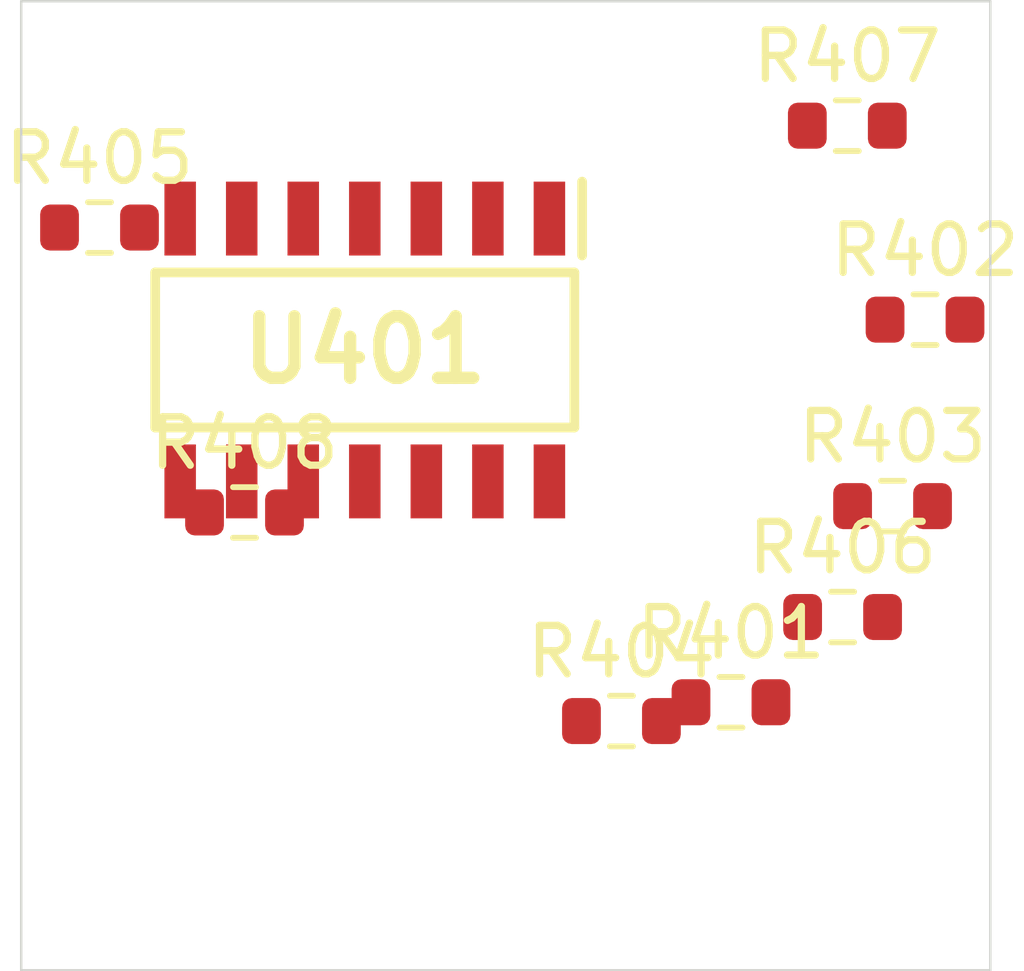
<source format=kicad_pcb>
 ( kicad_pcb  ( version 20171130 )
 ( host pcbnew 5.1.12-84ad8e8a86~92~ubuntu18.04.1 )
 ( general  ( thickness 1.6 )
 ( drawings 4 )
 ( tracks 0 )
 ( zones 0 )
 ( modules 9 )
 ( nets 14 )
)
 ( page A4 )
 ( layers  ( 0 F.Cu signal )
 ( 31 B.Cu signal )
 ( 32 B.Adhes user )
 ( 33 F.Adhes user )
 ( 34 B.Paste user )
 ( 35 F.Paste user )
 ( 36 B.SilkS user )
 ( 37 F.SilkS user )
 ( 38 B.Mask user )
 ( 39 F.Mask user )
 ( 40 Dwgs.User user )
 ( 41 Cmts.User user )
 ( 42 Eco1.User user )
 ( 43 Eco2.User user )
 ( 44 Edge.Cuts user )
 ( 45 Margin user )
 ( 46 B.CrtYd user )
 ( 47 F.CrtYd user )
 ( 48 B.Fab user )
 ( 49 F.Fab user )
)
 ( setup  ( last_trace_width 0.25 )
 ( trace_clearance 0.2 )
 ( zone_clearance 0.508 )
 ( zone_45_only no )
 ( trace_min 0.2 )
 ( via_size 0.8 )
 ( via_drill 0.4 )
 ( via_min_size 0.4 )
 ( via_min_drill 0.3 )
 ( uvia_size 0.3 )
 ( uvia_drill 0.1 )
 ( uvias_allowed no )
 ( uvia_min_size 0.2 )
 ( uvia_min_drill 0.1 )
 ( edge_width 0.05 )
 ( segment_width 0.2 )
 ( pcb_text_width 0.3 )
 ( pcb_text_size 1.5 1.5 )
 ( mod_edge_width 0.12 )
 ( mod_text_size 1 1 )
 ( mod_text_width 0.15 )
 ( pad_size 1.524 1.524 )
 ( pad_drill 0.762 )
 ( pad_to_mask_clearance 0 )
 ( aux_axis_origin 0 0 )
 ( visible_elements FFFFFF7F )
 ( pcbplotparams  ( layerselection 0x010fc_ffffffff )
 ( usegerberextensions false )
 ( usegerberattributes true )
 ( usegerberadvancedattributes true )
 ( creategerberjobfile true )
 ( excludeedgelayer true )
 ( linewidth 0.100000 )
 ( plotframeref false )
 ( viasonmask false )
 ( mode 1 )
 ( useauxorigin false )
 ( hpglpennumber 1 )
 ( hpglpenspeed 20 )
 ( hpglpendiameter 15.000000 )
 ( psnegative false )
 ( psa4output false )
 ( plotreference true )
 ( plotvalue true )
 ( plotinvisibletext false )
 ( padsonsilk false )
 ( subtractmaskfromsilk false )
 ( outputformat 1 )
 ( mirror false )
 ( drillshape 1 )
 ( scaleselection 1 )
 ( outputdirectory "" )
)
)
 ( net 0 "" )
 ( net 1 /Sheet6235D886/vp )
 ( net 2 /Sheet6248AD22/chn0 )
 ( net 3 /Sheet6248AD22/chn1 )
 ( net 4 /Sheet6248AD22/chn2 )
 ( net 5 /Sheet6248AD22/chn3 )
 ( net 6 "Net-(R401-Pad2)" )
 ( net 7 "Net-(R402-Pad2)" )
 ( net 8 "Net-(R403-Pad2)" )
 ( net 9 "Net-(R404-Pad2)" )
 ( net 10 /Sheet6248AD22/chn0_n )
 ( net 11 /Sheet6248AD22/chn1_n )
 ( net 12 /Sheet6248AD22/chn2_n )
 ( net 13 /Sheet6248AD22/chn3_n )
 ( net_class Default "This is the default net class."  ( clearance 0.2 )
 ( trace_width 0.25 )
 ( via_dia 0.8 )
 ( via_drill 0.4 )
 ( uvia_dia 0.3 )
 ( uvia_drill 0.1 )
 ( add_net /Sheet6235D886/vp )
 ( add_net /Sheet6248AD22/chn0 )
 ( add_net /Sheet6248AD22/chn0_n )
 ( add_net /Sheet6248AD22/chn1 )
 ( add_net /Sheet6248AD22/chn1_n )
 ( add_net /Sheet6248AD22/chn2 )
 ( add_net /Sheet6248AD22/chn2_n )
 ( add_net /Sheet6248AD22/chn3 )
 ( add_net /Sheet6248AD22/chn3_n )
 ( add_net "Net-(R401-Pad2)" )
 ( add_net "Net-(R402-Pad2)" )
 ( add_net "Net-(R403-Pad2)" )
 ( add_net "Net-(R404-Pad2)" )
)
 ( module Resistor_SMD:R_0603_1608Metric  ( layer F.Cu )
 ( tedit 5F68FEEE )
 ( tstamp 623425C8 )
 ( at 94.648100 114.468000 )
 ( descr "Resistor SMD 0603 (1608 Metric), square (rectangular) end terminal, IPC_7351 nominal, (Body size source: IPC-SM-782 page 72, https://www.pcb-3d.com/wordpress/wp-content/uploads/ipc-sm-782a_amendment_1_and_2.pdf), generated with kicad-footprint-generator" )
 ( tags resistor )
 ( path /6248AD23/6249ADFD )
 ( attr smd )
 ( fp_text reference R401  ( at 0 -1.43 )
 ( layer F.SilkS )
 ( effects  ( font  ( size 1 1 )
 ( thickness 0.15 )
)
)
)
 ( fp_text value 10M  ( at 0 1.43 )
 ( layer F.Fab )
 ( effects  ( font  ( size 1 1 )
 ( thickness 0.15 )
)
)
)
 ( fp_line  ( start -0.8 0.4125 )
 ( end -0.8 -0.4125 )
 ( layer F.Fab )
 ( width 0.1 )
)
 ( fp_line  ( start -0.8 -0.4125 )
 ( end 0.8 -0.4125 )
 ( layer F.Fab )
 ( width 0.1 )
)
 ( fp_line  ( start 0.8 -0.4125 )
 ( end 0.8 0.4125 )
 ( layer F.Fab )
 ( width 0.1 )
)
 ( fp_line  ( start 0.8 0.4125 )
 ( end -0.8 0.4125 )
 ( layer F.Fab )
 ( width 0.1 )
)
 ( fp_line  ( start -0.237258 -0.5225 )
 ( end 0.237258 -0.5225 )
 ( layer F.SilkS )
 ( width 0.12 )
)
 ( fp_line  ( start -0.237258 0.5225 )
 ( end 0.237258 0.5225 )
 ( layer F.SilkS )
 ( width 0.12 )
)
 ( fp_line  ( start -1.48 0.73 )
 ( end -1.48 -0.73 )
 ( layer F.CrtYd )
 ( width 0.05 )
)
 ( fp_line  ( start -1.48 -0.73 )
 ( end 1.48 -0.73 )
 ( layer F.CrtYd )
 ( width 0.05 )
)
 ( fp_line  ( start 1.48 -0.73 )
 ( end 1.48 0.73 )
 ( layer F.CrtYd )
 ( width 0.05 )
)
 ( fp_line  ( start 1.48 0.73 )
 ( end -1.48 0.73 )
 ( layer F.CrtYd )
 ( width 0.05 )
)
 ( fp_text user %R  ( at 0 0 )
 ( layer F.Fab )
 ( effects  ( font  ( size 0.4 0.4 )
 ( thickness 0.06 )
)
)
)
 ( pad 2 smd roundrect  ( at 0.825 0 )
 ( size 0.8 0.95 )
 ( layers F.Cu F.Mask F.Paste )
 ( roundrect_rratio 0.25 )
 ( net 6 "Net-(R401-Pad2)" )
)
 ( pad 1 smd roundrect  ( at -0.825 0 )
 ( size 0.8 0.95 )
 ( layers F.Cu F.Mask F.Paste )
 ( roundrect_rratio 0.25 )
 ( net 10 /Sheet6248AD22/chn0_n )
)
 ( model ${KISYS3DMOD}/Resistor_SMD.3dshapes/R_0603_1608Metric.wrl  ( at  ( xyz 0 0 0 )
)
 ( scale  ( xyz 1 1 1 )
)
 ( rotate  ( xyz 0 0 0 )
)
)
)
 ( module Resistor_SMD:R_0603_1608Metric  ( layer F.Cu )
 ( tedit 5F68FEEE )
 ( tstamp 623425D9 )
 ( at 98.652900 106.572000 )
 ( descr "Resistor SMD 0603 (1608 Metric), square (rectangular) end terminal, IPC_7351 nominal, (Body size source: IPC-SM-782 page 72, https://www.pcb-3d.com/wordpress/wp-content/uploads/ipc-sm-782a_amendment_1_and_2.pdf), generated with kicad-footprint-generator" )
 ( tags resistor )
 ( path /6248AD23/6249B75E )
 ( attr smd )
 ( fp_text reference R402  ( at 0 -1.43 )
 ( layer F.SilkS )
 ( effects  ( font  ( size 1 1 )
 ( thickness 0.15 )
)
)
)
 ( fp_text value 10M  ( at 0 1.43 )
 ( layer F.Fab )
 ( effects  ( font  ( size 1 1 )
 ( thickness 0.15 )
)
)
)
 ( fp_line  ( start 1.48 0.73 )
 ( end -1.48 0.73 )
 ( layer F.CrtYd )
 ( width 0.05 )
)
 ( fp_line  ( start 1.48 -0.73 )
 ( end 1.48 0.73 )
 ( layer F.CrtYd )
 ( width 0.05 )
)
 ( fp_line  ( start -1.48 -0.73 )
 ( end 1.48 -0.73 )
 ( layer F.CrtYd )
 ( width 0.05 )
)
 ( fp_line  ( start -1.48 0.73 )
 ( end -1.48 -0.73 )
 ( layer F.CrtYd )
 ( width 0.05 )
)
 ( fp_line  ( start -0.237258 0.5225 )
 ( end 0.237258 0.5225 )
 ( layer F.SilkS )
 ( width 0.12 )
)
 ( fp_line  ( start -0.237258 -0.5225 )
 ( end 0.237258 -0.5225 )
 ( layer F.SilkS )
 ( width 0.12 )
)
 ( fp_line  ( start 0.8 0.4125 )
 ( end -0.8 0.4125 )
 ( layer F.Fab )
 ( width 0.1 )
)
 ( fp_line  ( start 0.8 -0.4125 )
 ( end 0.8 0.4125 )
 ( layer F.Fab )
 ( width 0.1 )
)
 ( fp_line  ( start -0.8 -0.4125 )
 ( end 0.8 -0.4125 )
 ( layer F.Fab )
 ( width 0.1 )
)
 ( fp_line  ( start -0.8 0.4125 )
 ( end -0.8 -0.4125 )
 ( layer F.Fab )
 ( width 0.1 )
)
 ( fp_text user %R  ( at 0 0 )
 ( layer F.Fab )
 ( effects  ( font  ( size 0.4 0.4 )
 ( thickness 0.06 )
)
)
)
 ( pad 1 smd roundrect  ( at -0.825 0 )
 ( size 0.8 0.95 )
 ( layers F.Cu F.Mask F.Paste )
 ( roundrect_rratio 0.25 )
 ( net 11 /Sheet6248AD22/chn1_n )
)
 ( pad 2 smd roundrect  ( at 0.825 0 )
 ( size 0.8 0.95 )
 ( layers F.Cu F.Mask F.Paste )
 ( roundrect_rratio 0.25 )
 ( net 7 "Net-(R402-Pad2)" )
)
 ( model ${KISYS3DMOD}/Resistor_SMD.3dshapes/R_0603_1608Metric.wrl  ( at  ( xyz 0 0 0 )
)
 ( scale  ( xyz 1 1 1 )
)
 ( rotate  ( xyz 0 0 0 )
)
)
)
 ( module Resistor_SMD:R_0603_1608Metric  ( layer F.Cu )
 ( tedit 5F68FEEE )
 ( tstamp 623425EA )
 ( at 97.982900 110.420000 )
 ( descr "Resistor SMD 0603 (1608 Metric), square (rectangular) end terminal, IPC_7351 nominal, (Body size source: IPC-SM-782 page 72, https://www.pcb-3d.com/wordpress/wp-content/uploads/ipc-sm-782a_amendment_1_and_2.pdf), generated with kicad-footprint-generator" )
 ( tags resistor )
 ( path /6248AD23/6249FB7A )
 ( attr smd )
 ( fp_text reference R403  ( at 0 -1.43 )
 ( layer F.SilkS )
 ( effects  ( font  ( size 1 1 )
 ( thickness 0.15 )
)
)
)
 ( fp_text value 10M  ( at 0 1.43 )
 ( layer F.Fab )
 ( effects  ( font  ( size 1 1 )
 ( thickness 0.15 )
)
)
)
 ( fp_line  ( start 1.48 0.73 )
 ( end -1.48 0.73 )
 ( layer F.CrtYd )
 ( width 0.05 )
)
 ( fp_line  ( start 1.48 -0.73 )
 ( end 1.48 0.73 )
 ( layer F.CrtYd )
 ( width 0.05 )
)
 ( fp_line  ( start -1.48 -0.73 )
 ( end 1.48 -0.73 )
 ( layer F.CrtYd )
 ( width 0.05 )
)
 ( fp_line  ( start -1.48 0.73 )
 ( end -1.48 -0.73 )
 ( layer F.CrtYd )
 ( width 0.05 )
)
 ( fp_line  ( start -0.237258 0.5225 )
 ( end 0.237258 0.5225 )
 ( layer F.SilkS )
 ( width 0.12 )
)
 ( fp_line  ( start -0.237258 -0.5225 )
 ( end 0.237258 -0.5225 )
 ( layer F.SilkS )
 ( width 0.12 )
)
 ( fp_line  ( start 0.8 0.4125 )
 ( end -0.8 0.4125 )
 ( layer F.Fab )
 ( width 0.1 )
)
 ( fp_line  ( start 0.8 -0.4125 )
 ( end 0.8 0.4125 )
 ( layer F.Fab )
 ( width 0.1 )
)
 ( fp_line  ( start -0.8 -0.4125 )
 ( end 0.8 -0.4125 )
 ( layer F.Fab )
 ( width 0.1 )
)
 ( fp_line  ( start -0.8 0.4125 )
 ( end -0.8 -0.4125 )
 ( layer F.Fab )
 ( width 0.1 )
)
 ( fp_text user %R  ( at 0 0 )
 ( layer F.Fab )
 ( effects  ( font  ( size 0.4 0.4 )
 ( thickness 0.06 )
)
)
)
 ( pad 1 smd roundrect  ( at -0.825 0 )
 ( size 0.8 0.95 )
 ( layers F.Cu F.Mask F.Paste )
 ( roundrect_rratio 0.25 )
 ( net 12 /Sheet6248AD22/chn2_n )
)
 ( pad 2 smd roundrect  ( at 0.825 0 )
 ( size 0.8 0.95 )
 ( layers F.Cu F.Mask F.Paste )
 ( roundrect_rratio 0.25 )
 ( net 8 "Net-(R403-Pad2)" )
)
 ( model ${KISYS3DMOD}/Resistor_SMD.3dshapes/R_0603_1608Metric.wrl  ( at  ( xyz 0 0 0 )
)
 ( scale  ( xyz 1 1 1 )
)
 ( rotate  ( xyz 0 0 0 )
)
)
)
 ( module Resistor_SMD:R_0603_1608Metric  ( layer F.Cu )
 ( tedit 5F68FEEE )
 ( tstamp 623425FB )
 ( at 92.387600 114.856000 )
 ( descr "Resistor SMD 0603 (1608 Metric), square (rectangular) end terminal, IPC_7351 nominal, (Body size source: IPC-SM-782 page 72, https://www.pcb-3d.com/wordpress/wp-content/uploads/ipc-sm-782a_amendment_1_and_2.pdf), generated with kicad-footprint-generator" )
 ( tags resistor )
 ( path /6248AD23/6249FB74 )
 ( attr smd )
 ( fp_text reference R404  ( at 0 -1.43 )
 ( layer F.SilkS )
 ( effects  ( font  ( size 1 1 )
 ( thickness 0.15 )
)
)
)
 ( fp_text value 10M  ( at 0 1.43 )
 ( layer F.Fab )
 ( effects  ( font  ( size 1 1 )
 ( thickness 0.15 )
)
)
)
 ( fp_line  ( start -0.8 0.4125 )
 ( end -0.8 -0.4125 )
 ( layer F.Fab )
 ( width 0.1 )
)
 ( fp_line  ( start -0.8 -0.4125 )
 ( end 0.8 -0.4125 )
 ( layer F.Fab )
 ( width 0.1 )
)
 ( fp_line  ( start 0.8 -0.4125 )
 ( end 0.8 0.4125 )
 ( layer F.Fab )
 ( width 0.1 )
)
 ( fp_line  ( start 0.8 0.4125 )
 ( end -0.8 0.4125 )
 ( layer F.Fab )
 ( width 0.1 )
)
 ( fp_line  ( start -0.237258 -0.5225 )
 ( end 0.237258 -0.5225 )
 ( layer F.SilkS )
 ( width 0.12 )
)
 ( fp_line  ( start -0.237258 0.5225 )
 ( end 0.237258 0.5225 )
 ( layer F.SilkS )
 ( width 0.12 )
)
 ( fp_line  ( start -1.48 0.73 )
 ( end -1.48 -0.73 )
 ( layer F.CrtYd )
 ( width 0.05 )
)
 ( fp_line  ( start -1.48 -0.73 )
 ( end 1.48 -0.73 )
 ( layer F.CrtYd )
 ( width 0.05 )
)
 ( fp_line  ( start 1.48 -0.73 )
 ( end 1.48 0.73 )
 ( layer F.CrtYd )
 ( width 0.05 )
)
 ( fp_line  ( start 1.48 0.73 )
 ( end -1.48 0.73 )
 ( layer F.CrtYd )
 ( width 0.05 )
)
 ( fp_text user %R  ( at 0 0 )
 ( layer F.Fab )
 ( effects  ( font  ( size 0.4 0.4 )
 ( thickness 0.06 )
)
)
)
 ( pad 2 smd roundrect  ( at 0.825 0 )
 ( size 0.8 0.95 )
 ( layers F.Cu F.Mask F.Paste )
 ( roundrect_rratio 0.25 )
 ( net 9 "Net-(R404-Pad2)" )
)
 ( pad 1 smd roundrect  ( at -0.825 0 )
 ( size 0.8 0.95 )
 ( layers F.Cu F.Mask F.Paste )
 ( roundrect_rratio 0.25 )
 ( net 13 /Sheet6248AD22/chn3_n )
)
 ( model ${KISYS3DMOD}/Resistor_SMD.3dshapes/R_0603_1608Metric.wrl  ( at  ( xyz 0 0 0 )
)
 ( scale  ( xyz 1 1 1 )
)
 ( rotate  ( xyz 0 0 0 )
)
)
)
 ( module Resistor_SMD:R_0603_1608Metric  ( layer F.Cu )
 ( tedit 5F68FEEE )
 ( tstamp 6234260C )
 ( at 81.616200 104.671000 )
 ( descr "Resistor SMD 0603 (1608 Metric), square (rectangular) end terminal, IPC_7351 nominal, (Body size source: IPC-SM-782 page 72, https://www.pcb-3d.com/wordpress/wp-content/uploads/ipc-sm-782a_amendment_1_and_2.pdf), generated with kicad-footprint-generator" )
 ( tags resistor )
 ( path /6248AD23/62497F62 )
 ( attr smd )
 ( fp_text reference R405  ( at 0 -1.43 )
 ( layer F.SilkS )
 ( effects  ( font  ( size 1 1 )
 ( thickness 0.15 )
)
)
)
 ( fp_text value 750k  ( at 0 1.43 )
 ( layer F.Fab )
 ( effects  ( font  ( size 1 1 )
 ( thickness 0.15 )
)
)
)
 ( fp_line  ( start -0.8 0.4125 )
 ( end -0.8 -0.4125 )
 ( layer F.Fab )
 ( width 0.1 )
)
 ( fp_line  ( start -0.8 -0.4125 )
 ( end 0.8 -0.4125 )
 ( layer F.Fab )
 ( width 0.1 )
)
 ( fp_line  ( start 0.8 -0.4125 )
 ( end 0.8 0.4125 )
 ( layer F.Fab )
 ( width 0.1 )
)
 ( fp_line  ( start 0.8 0.4125 )
 ( end -0.8 0.4125 )
 ( layer F.Fab )
 ( width 0.1 )
)
 ( fp_line  ( start -0.237258 -0.5225 )
 ( end 0.237258 -0.5225 )
 ( layer F.SilkS )
 ( width 0.12 )
)
 ( fp_line  ( start -0.237258 0.5225 )
 ( end 0.237258 0.5225 )
 ( layer F.SilkS )
 ( width 0.12 )
)
 ( fp_line  ( start -1.48 0.73 )
 ( end -1.48 -0.73 )
 ( layer F.CrtYd )
 ( width 0.05 )
)
 ( fp_line  ( start -1.48 -0.73 )
 ( end 1.48 -0.73 )
 ( layer F.CrtYd )
 ( width 0.05 )
)
 ( fp_line  ( start 1.48 -0.73 )
 ( end 1.48 0.73 )
 ( layer F.CrtYd )
 ( width 0.05 )
)
 ( fp_line  ( start 1.48 0.73 )
 ( end -1.48 0.73 )
 ( layer F.CrtYd )
 ( width 0.05 )
)
 ( fp_text user %R  ( at 0 0 )
 ( layer F.Fab )
 ( effects  ( font  ( size 0.4 0.4 )
 ( thickness 0.06 )
)
)
)
 ( pad 2 smd roundrect  ( at 0.825 0 )
 ( size 0.8 0.95 )
 ( layers F.Cu F.Mask F.Paste )
 ( roundrect_rratio 0.25 )
 ( net 6 "Net-(R401-Pad2)" )
)
 ( pad 1 smd roundrect  ( at -0.825 0 )
 ( size 0.8 0.95 )
 ( layers F.Cu F.Mask F.Paste )
 ( roundrect_rratio 0.25 )
 ( net 1 /Sheet6235D886/vp )
)
 ( model ${KISYS3DMOD}/Resistor_SMD.3dshapes/R_0603_1608Metric.wrl  ( at  ( xyz 0 0 0 )
)
 ( scale  ( xyz 1 1 1 )
)
 ( rotate  ( xyz 0 0 0 )
)
)
)
 ( module Resistor_SMD:R_0603_1608Metric  ( layer F.Cu )
 ( tedit 5F68FEEE )
 ( tstamp 6234261D )
 ( at 96.951800 112.709000 )
 ( descr "Resistor SMD 0603 (1608 Metric), square (rectangular) end terminal, IPC_7351 nominal, (Body size source: IPC-SM-782 page 72, https://www.pcb-3d.com/wordpress/wp-content/uploads/ipc-sm-782a_amendment_1_and_2.pdf), generated with kicad-footprint-generator" )
 ( tags resistor )
 ( path /6248AD23/62499098 )
 ( attr smd )
 ( fp_text reference R406  ( at 0 -1.43 )
 ( layer F.SilkS )
 ( effects  ( font  ( size 1 1 )
 ( thickness 0.15 )
)
)
)
 ( fp_text value 750k  ( at 0 1.43 )
 ( layer F.Fab )
 ( effects  ( font  ( size 1 1 )
 ( thickness 0.15 )
)
)
)
 ( fp_line  ( start 1.48 0.73 )
 ( end -1.48 0.73 )
 ( layer F.CrtYd )
 ( width 0.05 )
)
 ( fp_line  ( start 1.48 -0.73 )
 ( end 1.48 0.73 )
 ( layer F.CrtYd )
 ( width 0.05 )
)
 ( fp_line  ( start -1.48 -0.73 )
 ( end 1.48 -0.73 )
 ( layer F.CrtYd )
 ( width 0.05 )
)
 ( fp_line  ( start -1.48 0.73 )
 ( end -1.48 -0.73 )
 ( layer F.CrtYd )
 ( width 0.05 )
)
 ( fp_line  ( start -0.237258 0.5225 )
 ( end 0.237258 0.5225 )
 ( layer F.SilkS )
 ( width 0.12 )
)
 ( fp_line  ( start -0.237258 -0.5225 )
 ( end 0.237258 -0.5225 )
 ( layer F.SilkS )
 ( width 0.12 )
)
 ( fp_line  ( start 0.8 0.4125 )
 ( end -0.8 0.4125 )
 ( layer F.Fab )
 ( width 0.1 )
)
 ( fp_line  ( start 0.8 -0.4125 )
 ( end 0.8 0.4125 )
 ( layer F.Fab )
 ( width 0.1 )
)
 ( fp_line  ( start -0.8 -0.4125 )
 ( end 0.8 -0.4125 )
 ( layer F.Fab )
 ( width 0.1 )
)
 ( fp_line  ( start -0.8 0.4125 )
 ( end -0.8 -0.4125 )
 ( layer F.Fab )
 ( width 0.1 )
)
 ( fp_text user %R  ( at 0 0 )
 ( layer F.Fab )
 ( effects  ( font  ( size 0.4 0.4 )
 ( thickness 0.06 )
)
)
)
 ( pad 1 smd roundrect  ( at -0.825 0 )
 ( size 0.8 0.95 )
 ( layers F.Cu F.Mask F.Paste )
 ( roundrect_rratio 0.25 )
 ( net 1 /Sheet6235D886/vp )
)
 ( pad 2 smd roundrect  ( at 0.825 0 )
 ( size 0.8 0.95 )
 ( layers F.Cu F.Mask F.Paste )
 ( roundrect_rratio 0.25 )
 ( net 7 "Net-(R402-Pad2)" )
)
 ( model ${KISYS3DMOD}/Resistor_SMD.3dshapes/R_0603_1608Metric.wrl  ( at  ( xyz 0 0 0 )
)
 ( scale  ( xyz 1 1 1 )
)
 ( rotate  ( xyz 0 0 0 )
)
)
)
 ( module Resistor_SMD:R_0603_1608Metric  ( layer F.Cu )
 ( tedit 5F68FEEE )
 ( tstamp 6234262E )
 ( at 97.048600 102.569000 )
 ( descr "Resistor SMD 0603 (1608 Metric), square (rectangular) end terminal, IPC_7351 nominal, (Body size source: IPC-SM-782 page 72, https://www.pcb-3d.com/wordpress/wp-content/uploads/ipc-sm-782a_amendment_1_and_2.pdf), generated with kicad-footprint-generator" )
 ( tags resistor )
 ( path /6248AD23/624A0FFB )
 ( attr smd )
 ( fp_text reference R407  ( at 0 -1.43 )
 ( layer F.SilkS )
 ( effects  ( font  ( size 1 1 )
 ( thickness 0.15 )
)
)
)
 ( fp_text value 1.5M  ( at 0 1.43 )
 ( layer F.Fab )
 ( effects  ( font  ( size 1 1 )
 ( thickness 0.15 )
)
)
)
 ( fp_line  ( start 1.48 0.73 )
 ( end -1.48 0.73 )
 ( layer F.CrtYd )
 ( width 0.05 )
)
 ( fp_line  ( start 1.48 -0.73 )
 ( end 1.48 0.73 )
 ( layer F.CrtYd )
 ( width 0.05 )
)
 ( fp_line  ( start -1.48 -0.73 )
 ( end 1.48 -0.73 )
 ( layer F.CrtYd )
 ( width 0.05 )
)
 ( fp_line  ( start -1.48 0.73 )
 ( end -1.48 -0.73 )
 ( layer F.CrtYd )
 ( width 0.05 )
)
 ( fp_line  ( start -0.237258 0.5225 )
 ( end 0.237258 0.5225 )
 ( layer F.SilkS )
 ( width 0.12 )
)
 ( fp_line  ( start -0.237258 -0.5225 )
 ( end 0.237258 -0.5225 )
 ( layer F.SilkS )
 ( width 0.12 )
)
 ( fp_line  ( start 0.8 0.4125 )
 ( end -0.8 0.4125 )
 ( layer F.Fab )
 ( width 0.1 )
)
 ( fp_line  ( start 0.8 -0.4125 )
 ( end 0.8 0.4125 )
 ( layer F.Fab )
 ( width 0.1 )
)
 ( fp_line  ( start -0.8 -0.4125 )
 ( end 0.8 -0.4125 )
 ( layer F.Fab )
 ( width 0.1 )
)
 ( fp_line  ( start -0.8 0.4125 )
 ( end -0.8 -0.4125 )
 ( layer F.Fab )
 ( width 0.1 )
)
 ( fp_text user %R  ( at 0 0 )
 ( layer F.Fab )
 ( effects  ( font  ( size 0.4 0.4 )
 ( thickness 0.06 )
)
)
)
 ( pad 1 smd roundrect  ( at -0.825 0 )
 ( size 0.8 0.95 )
 ( layers F.Cu F.Mask F.Paste )
 ( roundrect_rratio 0.25 )
 ( net 1 /Sheet6235D886/vp )
)
 ( pad 2 smd roundrect  ( at 0.825 0 )
 ( size 0.8 0.95 )
 ( layers F.Cu F.Mask F.Paste )
 ( roundrect_rratio 0.25 )
 ( net 8 "Net-(R403-Pad2)" )
)
 ( model ${KISYS3DMOD}/Resistor_SMD.3dshapes/R_0603_1608Metric.wrl  ( at  ( xyz 0 0 0 )
)
 ( scale  ( xyz 1 1 1 )
)
 ( rotate  ( xyz 0 0 0 )
)
)
)
 ( module Resistor_SMD:R_0603_1608Metric  ( layer F.Cu )
 ( tedit 5F68FEEE )
 ( tstamp 6234263F )
 ( at 84.608700 110.551000 )
 ( descr "Resistor SMD 0603 (1608 Metric), square (rectangular) end terminal, IPC_7351 nominal, (Body size source: IPC-SM-782 page 72, https://www.pcb-3d.com/wordpress/wp-content/uploads/ipc-sm-782a_amendment_1_and_2.pdf), generated with kicad-footprint-generator" )
 ( tags resistor )
 ( path /6248AD23/624A093C )
 ( attr smd )
 ( fp_text reference R408  ( at 0 -1.43 )
 ( layer F.SilkS )
 ( effects  ( font  ( size 1 1 )
 ( thickness 0.15 )
)
)
)
 ( fp_text value 1.5M  ( at 0 1.43 )
 ( layer F.Fab )
 ( effects  ( font  ( size 1 1 )
 ( thickness 0.15 )
)
)
)
 ( fp_line  ( start -0.8 0.4125 )
 ( end -0.8 -0.4125 )
 ( layer F.Fab )
 ( width 0.1 )
)
 ( fp_line  ( start -0.8 -0.4125 )
 ( end 0.8 -0.4125 )
 ( layer F.Fab )
 ( width 0.1 )
)
 ( fp_line  ( start 0.8 -0.4125 )
 ( end 0.8 0.4125 )
 ( layer F.Fab )
 ( width 0.1 )
)
 ( fp_line  ( start 0.8 0.4125 )
 ( end -0.8 0.4125 )
 ( layer F.Fab )
 ( width 0.1 )
)
 ( fp_line  ( start -0.237258 -0.5225 )
 ( end 0.237258 -0.5225 )
 ( layer F.SilkS )
 ( width 0.12 )
)
 ( fp_line  ( start -0.237258 0.5225 )
 ( end 0.237258 0.5225 )
 ( layer F.SilkS )
 ( width 0.12 )
)
 ( fp_line  ( start -1.48 0.73 )
 ( end -1.48 -0.73 )
 ( layer F.CrtYd )
 ( width 0.05 )
)
 ( fp_line  ( start -1.48 -0.73 )
 ( end 1.48 -0.73 )
 ( layer F.CrtYd )
 ( width 0.05 )
)
 ( fp_line  ( start 1.48 -0.73 )
 ( end 1.48 0.73 )
 ( layer F.CrtYd )
 ( width 0.05 )
)
 ( fp_line  ( start 1.48 0.73 )
 ( end -1.48 0.73 )
 ( layer F.CrtYd )
 ( width 0.05 )
)
 ( fp_text user %R  ( at 0 0 )
 ( layer F.Fab )
 ( effects  ( font  ( size 0.4 0.4 )
 ( thickness 0.06 )
)
)
)
 ( pad 2 smd roundrect  ( at 0.825 0 )
 ( size 0.8 0.95 )
 ( layers F.Cu F.Mask F.Paste )
 ( roundrect_rratio 0.25 )
 ( net 9 "Net-(R404-Pad2)" )
)
 ( pad 1 smd roundrect  ( at -0.825 0 )
 ( size 0.8 0.95 )
 ( layers F.Cu F.Mask F.Paste )
 ( roundrect_rratio 0.25 )
 ( net 1 /Sheet6235D886/vp )
)
 ( model ${KISYS3DMOD}/Resistor_SMD.3dshapes/R_0603_1608Metric.wrl  ( at  ( xyz 0 0 0 )
)
 ( scale  ( xyz 1 1 1 )
)
 ( rotate  ( xyz 0 0 0 )
)
)
)
 ( module TL074HIDR:SOIC127P600X175-14N locked  ( layer F.Cu )
 ( tedit 62336F37 )
 ( tstamp 62342709 )
 ( at 87.091000 107.198000 270.000000 )
 ( descr "D (-R-PDSO-G14)" )
 ( tags "Integrated Circuit" )
 ( path /6248AD23/624976B2 )
 ( attr smd )
 ( fp_text reference U401  ( at 0 0 )
 ( layer F.SilkS )
 ( effects  ( font  ( size 1.27 1.27 )
 ( thickness 0.254 )
)
)
)
 ( fp_text value TL074  ( at 0 0 )
 ( layer F.SilkS )
hide  ( effects  ( font  ( size 1.27 1.27 )
 ( thickness 0.254 )
)
)
)
 ( fp_line  ( start -3.725 -4.625 )
 ( end 3.725 -4.625 )
 ( layer Dwgs.User )
 ( width 0.05 )
)
 ( fp_line  ( start 3.725 -4.625 )
 ( end 3.725 4.625 )
 ( layer Dwgs.User )
 ( width 0.05 )
)
 ( fp_line  ( start 3.725 4.625 )
 ( end -3.725 4.625 )
 ( layer Dwgs.User )
 ( width 0.05 )
)
 ( fp_line  ( start -3.725 4.625 )
 ( end -3.725 -4.625 )
 ( layer Dwgs.User )
 ( width 0.05 )
)
 ( fp_line  ( start -1.95 -4.325 )
 ( end 1.95 -4.325 )
 ( layer Dwgs.User )
 ( width 0.1 )
)
 ( fp_line  ( start 1.95 -4.325 )
 ( end 1.95 4.325 )
 ( layer Dwgs.User )
 ( width 0.1 )
)
 ( fp_line  ( start 1.95 4.325 )
 ( end -1.95 4.325 )
 ( layer Dwgs.User )
 ( width 0.1 )
)
 ( fp_line  ( start -1.95 4.325 )
 ( end -1.95 -4.325 )
 ( layer Dwgs.User )
 ( width 0.1 )
)
 ( fp_line  ( start -1.95 -3.055 )
 ( end -0.68 -4.325 )
 ( layer Dwgs.User )
 ( width 0.1 )
)
 ( fp_line  ( start -1.6 -4.325 )
 ( end 1.6 -4.325 )
 ( layer F.SilkS )
 ( width 0.2 )
)
 ( fp_line  ( start 1.6 -4.325 )
 ( end 1.6 4.325 )
 ( layer F.SilkS )
 ( width 0.2 )
)
 ( fp_line  ( start 1.6 4.325 )
 ( end -1.6 4.325 )
 ( layer F.SilkS )
 ( width 0.2 )
)
 ( fp_line  ( start -1.6 4.325 )
 ( end -1.6 -4.325 )
 ( layer F.SilkS )
 ( width 0.2 )
)
 ( fp_line  ( start -3.475 -4.485 )
 ( end -1.95 -4.485 )
 ( layer F.SilkS )
 ( width 0.2 )
)
 ( pad 1 smd rect  ( at -2.712 -3.81 )
 ( size 0.65 1.525 )
 ( layers F.Cu F.Mask F.Paste )
 ( net 2 /Sheet6248AD22/chn0 )
)
 ( pad 2 smd rect  ( at -2.712 -2.54 )
 ( size 0.65 1.525 )
 ( layers F.Cu F.Mask F.Paste )
 ( net 2 /Sheet6248AD22/chn0 )
)
 ( pad 3 smd rect  ( at -2.712 -1.27 )
 ( size 0.65 1.525 )
 ( layers F.Cu F.Mask F.Paste )
 ( net 6 "Net-(R401-Pad2)" )
)
 ( pad 4 smd rect  ( at -2.712 0 )
 ( size 0.65 1.525 )
 ( layers F.Cu F.Mask F.Paste )
)
 ( pad 5 smd rect  ( at -2.712 1.27 )
 ( size 0.65 1.525 )
 ( layers F.Cu F.Mask F.Paste )
 ( net 7 "Net-(R402-Pad2)" )
)
 ( pad 6 smd rect  ( at -2.712 2.54 )
 ( size 0.65 1.525 )
 ( layers F.Cu F.Mask F.Paste )
 ( net 3 /Sheet6248AD22/chn1 )
)
 ( pad 7 smd rect  ( at -2.712 3.81 )
 ( size 0.65 1.525 )
 ( layers F.Cu F.Mask F.Paste )
 ( net 3 /Sheet6248AD22/chn1 )
)
 ( pad 8 smd rect  ( at 2.712 3.81 )
 ( size 0.65 1.525 )
 ( layers F.Cu F.Mask F.Paste )
 ( net 4 /Sheet6248AD22/chn2 )
)
 ( pad 9 smd rect  ( at 2.712 2.54 )
 ( size 0.65 1.525 )
 ( layers F.Cu F.Mask F.Paste )
 ( net 4 /Sheet6248AD22/chn2 )
)
 ( pad 10 smd rect  ( at 2.712 1.27 )
 ( size 0.65 1.525 )
 ( layers F.Cu F.Mask F.Paste )
 ( net 8 "Net-(R403-Pad2)" )
)
 ( pad 11 smd rect  ( at 2.712 0 )
 ( size 0.65 1.525 )
 ( layers F.Cu F.Mask F.Paste )
)
 ( pad 12 smd rect  ( at 2.712 -1.27 )
 ( size 0.65 1.525 )
 ( layers F.Cu F.Mask F.Paste )
 ( net 9 "Net-(R404-Pad2)" )
)
 ( pad 13 smd rect  ( at 2.712 -2.54 )
 ( size 0.65 1.525 )
 ( layers F.Cu F.Mask F.Paste )
 ( net 5 /Sheet6248AD22/chn3 )
)
 ( pad 14 smd rect  ( at 2.712 -3.81 )
 ( size 0.65 1.525 )
 ( layers F.Cu F.Mask F.Paste )
 ( net 5 /Sheet6248AD22/chn3 )
)
)
 ( gr_line  ( start 100 100 )
 ( end 100 120 )
 ( layer Edge.Cuts )
 ( width 0.05 )
 ( tstamp 62E76D2A )
)
 ( gr_line  ( start 80 120 )
 ( end 100 120 )
 ( layer Edge.Cuts )
 ( width 0.05 )
 ( tstamp 62E76D27 )
)
 ( gr_line  ( start 80 100 )
 ( end 80 120 )
 ( layer Edge.Cuts )
 ( width 0.05 )
 ( tstamp 6234110C )
)
 ( gr_line  ( start 80 100 )
 ( end 100 100 )
 ( layer Edge.Cuts )
 ( width 0.05 )
)
)

</source>
